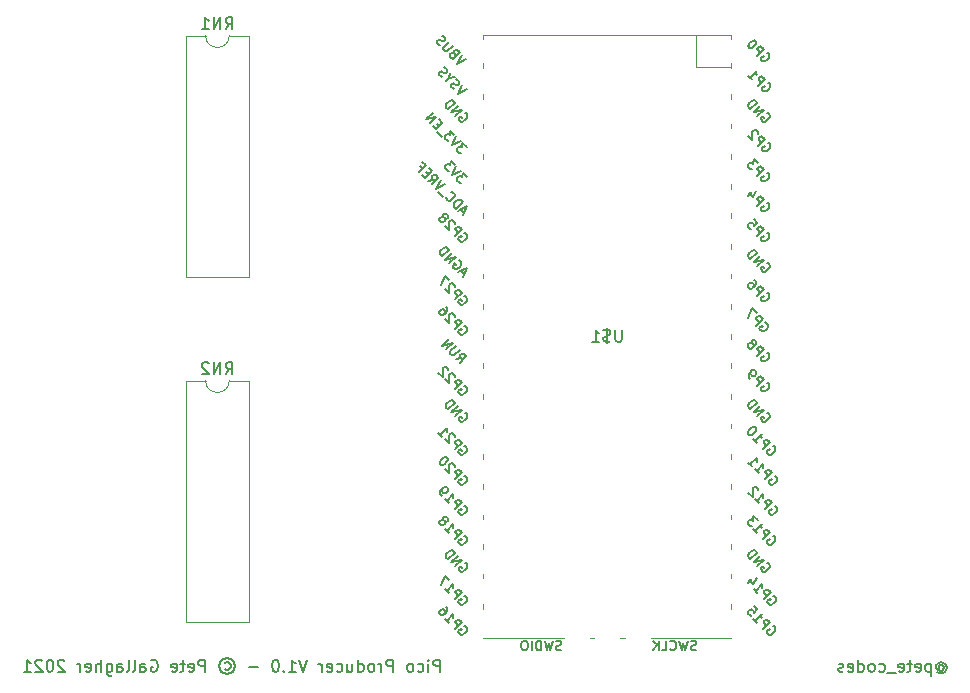
<source format=gbr>
%TF.GenerationSoftware,KiCad,Pcbnew,(5.1.9)-1*%
%TF.CreationDate,2021-02-21T16:58:34+00:00*%
%TF.ProjectId,PicoProducer,5069636f-5072-46f6-9475-6365722e6b69,rev?*%
%TF.SameCoordinates,Original*%
%TF.FileFunction,Legend,Bot*%
%TF.FilePolarity,Positive*%
%FSLAX46Y46*%
G04 Gerber Fmt 4.6, Leading zero omitted, Abs format (unit mm)*
G04 Created by KiCad (PCBNEW (5.1.9)-1) date 2021-02-21 16:58:34*
%MOMM*%
%LPD*%
G01*
G04 APERTURE LIST*
%ADD10C,0.150000*%
%ADD11C,0.120000*%
G04 APERTURE END LIST*
D10*
X102988571Y-82526190D02*
X103036190Y-82478571D01*
X103131428Y-82430952D01*
X103226666Y-82430952D01*
X103321904Y-82478571D01*
X103369523Y-82526190D01*
X103417142Y-82621428D01*
X103417142Y-82716666D01*
X103369523Y-82811904D01*
X103321904Y-82859523D01*
X103226666Y-82907142D01*
X103131428Y-82907142D01*
X103036190Y-82859523D01*
X102988571Y-82811904D01*
X102988571Y-82430952D02*
X102988571Y-82811904D01*
X102940952Y-82859523D01*
X102893333Y-82859523D01*
X102798095Y-82811904D01*
X102750476Y-82716666D01*
X102750476Y-82478571D01*
X102845714Y-82335714D01*
X102988571Y-82240476D01*
X103179047Y-82192857D01*
X103369523Y-82240476D01*
X103512380Y-82335714D01*
X103607619Y-82478571D01*
X103655238Y-82669047D01*
X103607619Y-82859523D01*
X103512380Y-83002380D01*
X103369523Y-83097619D01*
X103179047Y-83145238D01*
X102988571Y-83097619D01*
X102845714Y-83002380D01*
X102321904Y-82335714D02*
X102321904Y-83335714D01*
X102321904Y-82383333D02*
X102226666Y-82335714D01*
X102036190Y-82335714D01*
X101940952Y-82383333D01*
X101893333Y-82430952D01*
X101845714Y-82526190D01*
X101845714Y-82811904D01*
X101893333Y-82907142D01*
X101940952Y-82954761D01*
X102036190Y-83002380D01*
X102226666Y-83002380D01*
X102321904Y-82954761D01*
X101036190Y-82954761D02*
X101131428Y-83002380D01*
X101321904Y-83002380D01*
X101417142Y-82954761D01*
X101464761Y-82859523D01*
X101464761Y-82478571D01*
X101417142Y-82383333D01*
X101321904Y-82335714D01*
X101131428Y-82335714D01*
X101036190Y-82383333D01*
X100988571Y-82478571D01*
X100988571Y-82573809D01*
X101464761Y-82669047D01*
X100702857Y-82335714D02*
X100321904Y-82335714D01*
X100560000Y-82002380D02*
X100560000Y-82859523D01*
X100512380Y-82954761D01*
X100417142Y-83002380D01*
X100321904Y-83002380D01*
X99607619Y-82954761D02*
X99702857Y-83002380D01*
X99893333Y-83002380D01*
X99988571Y-82954761D01*
X100036190Y-82859523D01*
X100036190Y-82478571D01*
X99988571Y-82383333D01*
X99893333Y-82335714D01*
X99702857Y-82335714D01*
X99607619Y-82383333D01*
X99560000Y-82478571D01*
X99560000Y-82573809D01*
X100036190Y-82669047D01*
X99369523Y-83097619D02*
X98607619Y-83097619D01*
X97940952Y-82954761D02*
X98036190Y-83002380D01*
X98226666Y-83002380D01*
X98321904Y-82954761D01*
X98369523Y-82907142D01*
X98417142Y-82811904D01*
X98417142Y-82526190D01*
X98369523Y-82430952D01*
X98321904Y-82383333D01*
X98226666Y-82335714D01*
X98036190Y-82335714D01*
X97940952Y-82383333D01*
X97369523Y-83002380D02*
X97464761Y-82954761D01*
X97512380Y-82907142D01*
X97560000Y-82811904D01*
X97560000Y-82526190D01*
X97512380Y-82430952D01*
X97464761Y-82383333D01*
X97369523Y-82335714D01*
X97226666Y-82335714D01*
X97131428Y-82383333D01*
X97083809Y-82430952D01*
X97036190Y-82526190D01*
X97036190Y-82811904D01*
X97083809Y-82907142D01*
X97131428Y-82954761D01*
X97226666Y-83002380D01*
X97369523Y-83002380D01*
X96179047Y-83002380D02*
X96179047Y-82002380D01*
X96179047Y-82954761D02*
X96274285Y-83002380D01*
X96464761Y-83002380D01*
X96560000Y-82954761D01*
X96607619Y-82907142D01*
X96655238Y-82811904D01*
X96655238Y-82526190D01*
X96607619Y-82430952D01*
X96560000Y-82383333D01*
X96464761Y-82335714D01*
X96274285Y-82335714D01*
X96179047Y-82383333D01*
X95321904Y-82954761D02*
X95417142Y-83002380D01*
X95607619Y-83002380D01*
X95702857Y-82954761D01*
X95750476Y-82859523D01*
X95750476Y-82478571D01*
X95702857Y-82383333D01*
X95607619Y-82335714D01*
X95417142Y-82335714D01*
X95321904Y-82383333D01*
X95274285Y-82478571D01*
X95274285Y-82573809D01*
X95750476Y-82669047D01*
X94893333Y-82954761D02*
X94798095Y-83002380D01*
X94607619Y-83002380D01*
X94512380Y-82954761D01*
X94464761Y-82859523D01*
X94464761Y-82811904D01*
X94512380Y-82716666D01*
X94607619Y-82669047D01*
X94750476Y-82669047D01*
X94845714Y-82621428D01*
X94893333Y-82526190D01*
X94893333Y-82478571D01*
X94845714Y-82383333D01*
X94750476Y-82335714D01*
X94607619Y-82335714D01*
X94512380Y-82383333D01*
X60775238Y-83002380D02*
X60775238Y-82002380D01*
X60394285Y-82002380D01*
X60299047Y-82050000D01*
X60251428Y-82097619D01*
X60203809Y-82192857D01*
X60203809Y-82335714D01*
X60251428Y-82430952D01*
X60299047Y-82478571D01*
X60394285Y-82526190D01*
X60775238Y-82526190D01*
X59775238Y-83002380D02*
X59775238Y-82335714D01*
X59775238Y-82002380D02*
X59822857Y-82050000D01*
X59775238Y-82097619D01*
X59727619Y-82050000D01*
X59775238Y-82002380D01*
X59775238Y-82097619D01*
X58870476Y-82954761D02*
X58965714Y-83002380D01*
X59156190Y-83002380D01*
X59251428Y-82954761D01*
X59299047Y-82907142D01*
X59346666Y-82811904D01*
X59346666Y-82526190D01*
X59299047Y-82430952D01*
X59251428Y-82383333D01*
X59156190Y-82335714D01*
X58965714Y-82335714D01*
X58870476Y-82383333D01*
X58299047Y-83002380D02*
X58394285Y-82954761D01*
X58441904Y-82907142D01*
X58489523Y-82811904D01*
X58489523Y-82526190D01*
X58441904Y-82430952D01*
X58394285Y-82383333D01*
X58299047Y-82335714D01*
X58156190Y-82335714D01*
X58060952Y-82383333D01*
X58013333Y-82430952D01*
X57965714Y-82526190D01*
X57965714Y-82811904D01*
X58013333Y-82907142D01*
X58060952Y-82954761D01*
X58156190Y-83002380D01*
X58299047Y-83002380D01*
X56775238Y-83002380D02*
X56775238Y-82002380D01*
X56394285Y-82002380D01*
X56299047Y-82050000D01*
X56251428Y-82097619D01*
X56203809Y-82192857D01*
X56203809Y-82335714D01*
X56251428Y-82430952D01*
X56299047Y-82478571D01*
X56394285Y-82526190D01*
X56775238Y-82526190D01*
X55775238Y-83002380D02*
X55775238Y-82335714D01*
X55775238Y-82526190D02*
X55727619Y-82430952D01*
X55680000Y-82383333D01*
X55584761Y-82335714D01*
X55489523Y-82335714D01*
X55013333Y-83002380D02*
X55108571Y-82954761D01*
X55156190Y-82907142D01*
X55203809Y-82811904D01*
X55203809Y-82526190D01*
X55156190Y-82430952D01*
X55108571Y-82383333D01*
X55013333Y-82335714D01*
X54870476Y-82335714D01*
X54775238Y-82383333D01*
X54727619Y-82430952D01*
X54680000Y-82526190D01*
X54680000Y-82811904D01*
X54727619Y-82907142D01*
X54775238Y-82954761D01*
X54870476Y-83002380D01*
X55013333Y-83002380D01*
X53822857Y-83002380D02*
X53822857Y-82002380D01*
X53822857Y-82954761D02*
X53918095Y-83002380D01*
X54108571Y-83002380D01*
X54203809Y-82954761D01*
X54251428Y-82907142D01*
X54299047Y-82811904D01*
X54299047Y-82526190D01*
X54251428Y-82430952D01*
X54203809Y-82383333D01*
X54108571Y-82335714D01*
X53918095Y-82335714D01*
X53822857Y-82383333D01*
X52918095Y-82335714D02*
X52918095Y-83002380D01*
X53346666Y-82335714D02*
X53346666Y-82859523D01*
X53299047Y-82954761D01*
X53203809Y-83002380D01*
X53060952Y-83002380D01*
X52965714Y-82954761D01*
X52918095Y-82907142D01*
X52013333Y-82954761D02*
X52108571Y-83002380D01*
X52299047Y-83002380D01*
X52394285Y-82954761D01*
X52441904Y-82907142D01*
X52489523Y-82811904D01*
X52489523Y-82526190D01*
X52441904Y-82430952D01*
X52394285Y-82383333D01*
X52299047Y-82335714D01*
X52108571Y-82335714D01*
X52013333Y-82383333D01*
X51203809Y-82954761D02*
X51299047Y-83002380D01*
X51489523Y-83002380D01*
X51584761Y-82954761D01*
X51632380Y-82859523D01*
X51632380Y-82478571D01*
X51584761Y-82383333D01*
X51489523Y-82335714D01*
X51299047Y-82335714D01*
X51203809Y-82383333D01*
X51156190Y-82478571D01*
X51156190Y-82573809D01*
X51632380Y-82669047D01*
X50727619Y-83002380D02*
X50727619Y-82335714D01*
X50727619Y-82526190D02*
X50680000Y-82430952D01*
X50632380Y-82383333D01*
X50537142Y-82335714D01*
X50441904Y-82335714D01*
X49489523Y-82002380D02*
X49156190Y-83002380D01*
X48822857Y-82002380D01*
X47965714Y-83002380D02*
X48537142Y-83002380D01*
X48251428Y-83002380D02*
X48251428Y-82002380D01*
X48346666Y-82145238D01*
X48441904Y-82240476D01*
X48537142Y-82288095D01*
X47537142Y-82907142D02*
X47489523Y-82954761D01*
X47537142Y-83002380D01*
X47584761Y-82954761D01*
X47537142Y-82907142D01*
X47537142Y-83002380D01*
X46870476Y-82002380D02*
X46775238Y-82002380D01*
X46680000Y-82050000D01*
X46632380Y-82097619D01*
X46584761Y-82192857D01*
X46537142Y-82383333D01*
X46537142Y-82621428D01*
X46584761Y-82811904D01*
X46632380Y-82907142D01*
X46680000Y-82954761D01*
X46775238Y-83002380D01*
X46870476Y-83002380D01*
X46965714Y-82954761D01*
X47013333Y-82907142D01*
X47060952Y-82811904D01*
X47108571Y-82621428D01*
X47108571Y-82383333D01*
X47060952Y-82192857D01*
X47013333Y-82097619D01*
X46965714Y-82050000D01*
X46870476Y-82002380D01*
X45346666Y-82621428D02*
X44584761Y-82621428D01*
X42537142Y-82240476D02*
X42632380Y-82192857D01*
X42822857Y-82192857D01*
X42918095Y-82240476D01*
X43013333Y-82335714D01*
X43060952Y-82430952D01*
X43060952Y-82621428D01*
X43013333Y-82716666D01*
X42918095Y-82811904D01*
X42822857Y-82859523D01*
X42632380Y-82859523D01*
X42537142Y-82811904D01*
X42727619Y-81859523D02*
X42965714Y-81907142D01*
X43203809Y-82050000D01*
X43346666Y-82288095D01*
X43394285Y-82526190D01*
X43346666Y-82764285D01*
X43203809Y-83002380D01*
X42965714Y-83145238D01*
X42727619Y-83192857D01*
X42489523Y-83145238D01*
X42251428Y-83002380D01*
X42108571Y-82764285D01*
X42060952Y-82526190D01*
X42108571Y-82288095D01*
X42251428Y-82050000D01*
X42489523Y-81907142D01*
X42727619Y-81859523D01*
X40870476Y-83002380D02*
X40870476Y-82002380D01*
X40489523Y-82002380D01*
X40394285Y-82050000D01*
X40346666Y-82097619D01*
X40299047Y-82192857D01*
X40299047Y-82335714D01*
X40346666Y-82430952D01*
X40394285Y-82478571D01*
X40489523Y-82526190D01*
X40870476Y-82526190D01*
X39489523Y-82954761D02*
X39584761Y-83002380D01*
X39775238Y-83002380D01*
X39870476Y-82954761D01*
X39918095Y-82859523D01*
X39918095Y-82478571D01*
X39870476Y-82383333D01*
X39775238Y-82335714D01*
X39584761Y-82335714D01*
X39489523Y-82383333D01*
X39441904Y-82478571D01*
X39441904Y-82573809D01*
X39918095Y-82669047D01*
X39156190Y-82335714D02*
X38775238Y-82335714D01*
X39013333Y-82002380D02*
X39013333Y-82859523D01*
X38965714Y-82954761D01*
X38870476Y-83002380D01*
X38775238Y-83002380D01*
X38060952Y-82954761D02*
X38156190Y-83002380D01*
X38346666Y-83002380D01*
X38441904Y-82954761D01*
X38489523Y-82859523D01*
X38489523Y-82478571D01*
X38441904Y-82383333D01*
X38346666Y-82335714D01*
X38156190Y-82335714D01*
X38060952Y-82383333D01*
X38013333Y-82478571D01*
X38013333Y-82573809D01*
X38489523Y-82669047D01*
X36299047Y-82050000D02*
X36394285Y-82002380D01*
X36537142Y-82002380D01*
X36680000Y-82050000D01*
X36775238Y-82145238D01*
X36822857Y-82240476D01*
X36870476Y-82430952D01*
X36870476Y-82573809D01*
X36822857Y-82764285D01*
X36775238Y-82859523D01*
X36680000Y-82954761D01*
X36537142Y-83002380D01*
X36441904Y-83002380D01*
X36299047Y-82954761D01*
X36251428Y-82907142D01*
X36251428Y-82573809D01*
X36441904Y-82573809D01*
X35394285Y-83002380D02*
X35394285Y-82478571D01*
X35441904Y-82383333D01*
X35537142Y-82335714D01*
X35727619Y-82335714D01*
X35822857Y-82383333D01*
X35394285Y-82954761D02*
X35489523Y-83002380D01*
X35727619Y-83002380D01*
X35822857Y-82954761D01*
X35870476Y-82859523D01*
X35870476Y-82764285D01*
X35822857Y-82669047D01*
X35727619Y-82621428D01*
X35489523Y-82621428D01*
X35394285Y-82573809D01*
X34775238Y-83002380D02*
X34870476Y-82954761D01*
X34918095Y-82859523D01*
X34918095Y-82002380D01*
X34251428Y-83002380D02*
X34346666Y-82954761D01*
X34394285Y-82859523D01*
X34394285Y-82002380D01*
X33441904Y-83002380D02*
X33441904Y-82478571D01*
X33489523Y-82383333D01*
X33584761Y-82335714D01*
X33775238Y-82335714D01*
X33870476Y-82383333D01*
X33441904Y-82954761D02*
X33537142Y-83002380D01*
X33775238Y-83002380D01*
X33870476Y-82954761D01*
X33918095Y-82859523D01*
X33918095Y-82764285D01*
X33870476Y-82669047D01*
X33775238Y-82621428D01*
X33537142Y-82621428D01*
X33441904Y-82573809D01*
X32537142Y-82335714D02*
X32537142Y-83145238D01*
X32584761Y-83240476D01*
X32632380Y-83288095D01*
X32727619Y-83335714D01*
X32870476Y-83335714D01*
X32965714Y-83288095D01*
X32537142Y-82954761D02*
X32632380Y-83002380D01*
X32822857Y-83002380D01*
X32918095Y-82954761D01*
X32965714Y-82907142D01*
X33013333Y-82811904D01*
X33013333Y-82526190D01*
X32965714Y-82430952D01*
X32918095Y-82383333D01*
X32822857Y-82335714D01*
X32632380Y-82335714D01*
X32537142Y-82383333D01*
X32060952Y-83002380D02*
X32060952Y-82002380D01*
X31632380Y-83002380D02*
X31632380Y-82478571D01*
X31680000Y-82383333D01*
X31775238Y-82335714D01*
X31918095Y-82335714D01*
X32013333Y-82383333D01*
X32060952Y-82430952D01*
X30775238Y-82954761D02*
X30870476Y-83002380D01*
X31060952Y-83002380D01*
X31156190Y-82954761D01*
X31203809Y-82859523D01*
X31203809Y-82478571D01*
X31156190Y-82383333D01*
X31060952Y-82335714D01*
X30870476Y-82335714D01*
X30775238Y-82383333D01*
X30727619Y-82478571D01*
X30727619Y-82573809D01*
X31203809Y-82669047D01*
X30299047Y-83002380D02*
X30299047Y-82335714D01*
X30299047Y-82526190D02*
X30251428Y-82430952D01*
X30203809Y-82383333D01*
X30108571Y-82335714D01*
X30013333Y-82335714D01*
X28965714Y-82097619D02*
X28918095Y-82050000D01*
X28822857Y-82002380D01*
X28584761Y-82002380D01*
X28489523Y-82050000D01*
X28441904Y-82097619D01*
X28394285Y-82192857D01*
X28394285Y-82288095D01*
X28441904Y-82430952D01*
X29013333Y-83002380D01*
X28394285Y-83002380D01*
X27775238Y-82002380D02*
X27680000Y-82002380D01*
X27584761Y-82050000D01*
X27537142Y-82097619D01*
X27489523Y-82192857D01*
X27441904Y-82383333D01*
X27441904Y-82621428D01*
X27489523Y-82811904D01*
X27537142Y-82907142D01*
X27584761Y-82954761D01*
X27680000Y-83002380D01*
X27775238Y-83002380D01*
X27870476Y-82954761D01*
X27918095Y-82907142D01*
X27965714Y-82811904D01*
X28013333Y-82621428D01*
X28013333Y-82383333D01*
X27965714Y-82192857D01*
X27918095Y-82097619D01*
X27870476Y-82050000D01*
X27775238Y-82002380D01*
X27060952Y-82097619D02*
X27013333Y-82050000D01*
X26918095Y-82002380D01*
X26680000Y-82002380D01*
X26584761Y-82050000D01*
X26537142Y-82097619D01*
X26489523Y-82192857D01*
X26489523Y-82288095D01*
X26537142Y-82430952D01*
X27108571Y-83002380D01*
X26489523Y-83002380D01*
X25537142Y-83002380D02*
X26108571Y-83002380D01*
X25822857Y-83002380D02*
X25822857Y-82002380D01*
X25918095Y-82145238D01*
X26013333Y-82240476D01*
X26108571Y-82288095D01*
D11*
%TO.C,RN1*%
X42910000Y-29150000D02*
X44560000Y-29150000D01*
X44560000Y-29150000D02*
X44560000Y-49590000D01*
X44560000Y-49590000D02*
X39260000Y-49590000D01*
X39260000Y-49590000D02*
X39260000Y-29150000D01*
X39260000Y-29150000D02*
X40910000Y-29150000D01*
X40910000Y-29150000D02*
G75*
G03*
X42910000Y-29150000I1000000J0D01*
G01*
%TO.C,RN2*%
X42910000Y-58360000D02*
X44560000Y-58360000D01*
X44560000Y-58360000D02*
X44560000Y-78800000D01*
X44560000Y-78800000D02*
X39260000Y-78800000D01*
X39260000Y-78800000D02*
X39260000Y-58360000D01*
X39260000Y-58360000D02*
X40910000Y-58360000D01*
X40910000Y-58360000D02*
G75*
G03*
X42910000Y-58360000I1000000J0D01*
G01*
%TO.C,U$1*%
X73830000Y-80110000D02*
X73430000Y-80110000D01*
X76430000Y-80110000D02*
X76030000Y-80110000D01*
X64430000Y-80110000D02*
X71230000Y-80110000D01*
X64430000Y-69710000D02*
X64430000Y-70110000D01*
X64430000Y-62010000D02*
X64430000Y-62410000D01*
X64430000Y-36610000D02*
X64430000Y-37010000D01*
X64430000Y-29110000D02*
X64430000Y-29410000D01*
X64430000Y-51910000D02*
X64430000Y-52310000D01*
X64430000Y-67110000D02*
X64430000Y-67510000D01*
X64430000Y-46810000D02*
X64430000Y-47210000D01*
X64430000Y-41710000D02*
X64430000Y-42110000D01*
X64430000Y-54410000D02*
X64430000Y-54810000D01*
X64430000Y-59510000D02*
X64430000Y-59910000D01*
X64430000Y-74710000D02*
X64430000Y-75110000D01*
X64430000Y-77310000D02*
X64430000Y-77710000D01*
X64430000Y-72210000D02*
X64430000Y-72610000D01*
X64430000Y-39210000D02*
X64430000Y-39610000D01*
X64430000Y-31510000D02*
X64430000Y-31910000D01*
X64430000Y-34110000D02*
X64430000Y-34510000D01*
X64430000Y-64610000D02*
X64430000Y-65010000D01*
X64430000Y-56910000D02*
X64430000Y-57310000D01*
X64430000Y-49310000D02*
X64430000Y-49710000D01*
X64430000Y-44210000D02*
X64430000Y-44610000D01*
X85430000Y-77310000D02*
X85430000Y-77710000D01*
X85430000Y-74710000D02*
X85430000Y-75110000D01*
X85430000Y-72210000D02*
X85430000Y-72610000D01*
X85430000Y-69710000D02*
X85430000Y-70110000D01*
X85430000Y-67110000D02*
X85430000Y-67510000D01*
X85430000Y-64610000D02*
X85430000Y-65010000D01*
X85430000Y-62010000D02*
X85430000Y-62410000D01*
X85430000Y-59510000D02*
X85430000Y-59910000D01*
X85430000Y-56910000D02*
X85430000Y-57310000D01*
X85430000Y-54410000D02*
X85430000Y-54810000D01*
X85430000Y-51910000D02*
X85430000Y-52310000D01*
X85430000Y-49310000D02*
X85430000Y-49710000D01*
X85430000Y-46810000D02*
X85430000Y-47210000D01*
X85430000Y-44210000D02*
X85430000Y-44610000D01*
X85430000Y-41710000D02*
X85430000Y-42110000D01*
X85430000Y-39210000D02*
X85430000Y-39610000D01*
X85430000Y-36610000D02*
X85430000Y-37010000D01*
X85430000Y-34110000D02*
X85430000Y-34510000D01*
X85430000Y-31510000D02*
X85430000Y-31910000D01*
X85430000Y-29110000D02*
X85430000Y-29410000D01*
X82423000Y-31777000D02*
X82423000Y-29110000D01*
X85430000Y-31777000D02*
X82423000Y-31777000D01*
X78630000Y-80110000D02*
X85430000Y-80110000D01*
X85430000Y-29110000D02*
X64430000Y-29110000D01*
%TO.C,RN1*%
D10*
X42600476Y-28602380D02*
X42933809Y-28126190D01*
X43171904Y-28602380D02*
X43171904Y-27602380D01*
X42790952Y-27602380D01*
X42695714Y-27650000D01*
X42648095Y-27697619D01*
X42600476Y-27792857D01*
X42600476Y-27935714D01*
X42648095Y-28030952D01*
X42695714Y-28078571D01*
X42790952Y-28126190D01*
X43171904Y-28126190D01*
X42171904Y-28602380D02*
X42171904Y-27602380D01*
X41600476Y-28602380D01*
X41600476Y-27602380D01*
X40600476Y-28602380D02*
X41171904Y-28602380D01*
X40886190Y-28602380D02*
X40886190Y-27602380D01*
X40981428Y-27745238D01*
X41076666Y-27840476D01*
X41171904Y-27888095D01*
%TO.C,RN2*%
X42600476Y-57812380D02*
X42933809Y-57336190D01*
X43171904Y-57812380D02*
X43171904Y-56812380D01*
X42790952Y-56812380D01*
X42695714Y-56860000D01*
X42648095Y-56907619D01*
X42600476Y-57002857D01*
X42600476Y-57145714D01*
X42648095Y-57240952D01*
X42695714Y-57288571D01*
X42790952Y-57336190D01*
X43171904Y-57336190D01*
X42171904Y-57812380D02*
X42171904Y-56812380D01*
X41600476Y-57812380D01*
X41600476Y-56812380D01*
X41171904Y-56907619D02*
X41124285Y-56860000D01*
X41029047Y-56812380D01*
X40790952Y-56812380D01*
X40695714Y-56860000D01*
X40648095Y-56907619D01*
X40600476Y-57002857D01*
X40600476Y-57098095D01*
X40648095Y-57240952D01*
X41219523Y-57812380D01*
X40600476Y-57812380D01*
%TO.C,U$1*%
X76168095Y-54062380D02*
X76168095Y-54871904D01*
X76120476Y-54967142D01*
X76072857Y-55014761D01*
X75977619Y-55062380D01*
X75787142Y-55062380D01*
X75691904Y-55014761D01*
X75644285Y-54967142D01*
X75596666Y-54871904D01*
X75596666Y-54062380D01*
X75168095Y-55014761D02*
X75025238Y-55062380D01*
X74787142Y-55062380D01*
X74691904Y-55014761D01*
X74644285Y-54967142D01*
X74596666Y-54871904D01*
X74596666Y-54776666D01*
X74644285Y-54681428D01*
X74691904Y-54633809D01*
X74787142Y-54586190D01*
X74977619Y-54538571D01*
X75072857Y-54490952D01*
X75120476Y-54443333D01*
X75168095Y-54348095D01*
X75168095Y-54252857D01*
X75120476Y-54157619D01*
X75072857Y-54110000D01*
X74977619Y-54062380D01*
X74739523Y-54062380D01*
X74596666Y-54110000D01*
X74882380Y-53919523D02*
X74882380Y-55205238D01*
X73644285Y-55062380D02*
X74215714Y-55062380D01*
X73930000Y-55062380D02*
X73930000Y-54062380D01*
X74025238Y-54205238D01*
X74120476Y-54300476D01*
X74215714Y-54348095D01*
X71025238Y-81133809D02*
X70910952Y-81171904D01*
X70720476Y-81171904D01*
X70644285Y-81133809D01*
X70606190Y-81095714D01*
X70568095Y-81019523D01*
X70568095Y-80943333D01*
X70606190Y-80867142D01*
X70644285Y-80829047D01*
X70720476Y-80790952D01*
X70872857Y-80752857D01*
X70949047Y-80714761D01*
X70987142Y-80676666D01*
X71025238Y-80600476D01*
X71025238Y-80524285D01*
X70987142Y-80448095D01*
X70949047Y-80410000D01*
X70872857Y-80371904D01*
X70682380Y-80371904D01*
X70568095Y-80410000D01*
X70301428Y-80371904D02*
X70110952Y-81171904D01*
X69958571Y-80600476D01*
X69806190Y-81171904D01*
X69615714Y-80371904D01*
X69310952Y-81171904D02*
X69310952Y-80371904D01*
X69120476Y-80371904D01*
X69006190Y-80410000D01*
X68930000Y-80486190D01*
X68891904Y-80562380D01*
X68853809Y-80714761D01*
X68853809Y-80829047D01*
X68891904Y-80981428D01*
X68930000Y-81057619D01*
X69006190Y-81133809D01*
X69120476Y-81171904D01*
X69310952Y-81171904D01*
X68510952Y-81171904D02*
X68510952Y-80371904D01*
X67977619Y-80371904D02*
X67825238Y-80371904D01*
X67749047Y-80410000D01*
X67672857Y-80486190D01*
X67634761Y-80638571D01*
X67634761Y-80905238D01*
X67672857Y-81057619D01*
X67749047Y-81133809D01*
X67825238Y-81171904D01*
X67977619Y-81171904D01*
X68053809Y-81133809D01*
X68130000Y-81057619D01*
X68168095Y-80905238D01*
X68168095Y-80638571D01*
X68130000Y-80486190D01*
X68053809Y-80410000D01*
X67977619Y-80371904D01*
X82439523Y-81133809D02*
X82325238Y-81171904D01*
X82134761Y-81171904D01*
X82058571Y-81133809D01*
X82020476Y-81095714D01*
X81982380Y-81019523D01*
X81982380Y-80943333D01*
X82020476Y-80867142D01*
X82058571Y-80829047D01*
X82134761Y-80790952D01*
X82287142Y-80752857D01*
X82363333Y-80714761D01*
X82401428Y-80676666D01*
X82439523Y-80600476D01*
X82439523Y-80524285D01*
X82401428Y-80448095D01*
X82363333Y-80410000D01*
X82287142Y-80371904D01*
X82096666Y-80371904D01*
X81982380Y-80410000D01*
X81715714Y-80371904D02*
X81525238Y-81171904D01*
X81372857Y-80600476D01*
X81220476Y-81171904D01*
X81030000Y-80371904D01*
X80268095Y-81095714D02*
X80306190Y-81133809D01*
X80420476Y-81171904D01*
X80496666Y-81171904D01*
X80610952Y-81133809D01*
X80687142Y-81057619D01*
X80725238Y-80981428D01*
X80763333Y-80829047D01*
X80763333Y-80714761D01*
X80725238Y-80562380D01*
X80687142Y-80486190D01*
X80610952Y-80410000D01*
X80496666Y-80371904D01*
X80420476Y-80371904D01*
X80306190Y-80410000D01*
X80268095Y-80448095D01*
X79544285Y-81171904D02*
X79925238Y-81171904D01*
X79925238Y-80371904D01*
X79277619Y-81171904D02*
X79277619Y-80371904D01*
X78820476Y-81171904D02*
X79163333Y-80714761D01*
X78820476Y-80371904D02*
X79277619Y-80829047D01*
X62778402Y-49350964D02*
X62509028Y-49081590D01*
X62670653Y-49566463D02*
X63047776Y-48812216D01*
X62293529Y-49189340D01*
X62347404Y-48165719D02*
X62428216Y-48192656D01*
X62509028Y-48273468D01*
X62562903Y-48381218D01*
X62562903Y-48488967D01*
X62535966Y-48569780D01*
X62455154Y-48704467D01*
X62374341Y-48785279D01*
X62239654Y-48866091D01*
X62158842Y-48893028D01*
X62051093Y-48893028D01*
X61943343Y-48839154D01*
X61889468Y-48785279D01*
X61835593Y-48677529D01*
X61835593Y-48623654D01*
X62024155Y-48435093D01*
X62131905Y-48542842D01*
X61539282Y-48435093D02*
X62104967Y-47869407D01*
X61216033Y-48111844D01*
X61781719Y-47546158D01*
X60946659Y-47842470D02*
X61512345Y-47276784D01*
X61377658Y-47142097D01*
X61269908Y-47088223D01*
X61162158Y-47088223D01*
X61081346Y-47115160D01*
X60946659Y-47195972D01*
X60865847Y-47276784D01*
X60785035Y-47411471D01*
X60758097Y-47492284D01*
X60758097Y-47600033D01*
X60811972Y-47707783D01*
X60946659Y-47842470D01*
X62843841Y-35708155D02*
X62924653Y-35735093D01*
X63005465Y-35815905D01*
X63059340Y-35923654D01*
X63059340Y-36031404D01*
X63032402Y-36112216D01*
X62951590Y-36246903D01*
X62870778Y-36327715D01*
X62736091Y-36408528D01*
X62655279Y-36435465D01*
X62547529Y-36435465D01*
X62439780Y-36381590D01*
X62385905Y-36327715D01*
X62332030Y-36219966D01*
X62332030Y-36166091D01*
X62520592Y-35977529D01*
X62628341Y-36085279D01*
X62035719Y-35977529D02*
X62601404Y-35411844D01*
X61712470Y-35654280D01*
X62278155Y-35088595D01*
X61443096Y-35384906D02*
X62008781Y-34819221D01*
X61874094Y-34684534D01*
X61766345Y-34630659D01*
X61658595Y-34630659D01*
X61577783Y-34657597D01*
X61443096Y-34738409D01*
X61362284Y-34819221D01*
X61281471Y-34953908D01*
X61254534Y-35034720D01*
X61254534Y-35142470D01*
X61308409Y-35250219D01*
X61443096Y-35384906D01*
X62843841Y-61108155D02*
X62924653Y-61135093D01*
X63005465Y-61215905D01*
X63059340Y-61323654D01*
X63059340Y-61431404D01*
X63032402Y-61512216D01*
X62951590Y-61646903D01*
X62870778Y-61727715D01*
X62736091Y-61808528D01*
X62655279Y-61835465D01*
X62547529Y-61835465D01*
X62439780Y-61781590D01*
X62385905Y-61727715D01*
X62332030Y-61619966D01*
X62332030Y-61566091D01*
X62520592Y-61377529D01*
X62628341Y-61485279D01*
X62035719Y-61377529D02*
X62601404Y-60811844D01*
X61712470Y-61054280D01*
X62278155Y-60488595D01*
X61443096Y-60784906D02*
X62008781Y-60219221D01*
X61874094Y-60084534D01*
X61766345Y-60030659D01*
X61658595Y-60030659D01*
X61577783Y-60057597D01*
X61443096Y-60138409D01*
X61362284Y-60219221D01*
X61281471Y-60353908D01*
X61254534Y-60434720D01*
X61254534Y-60542470D01*
X61308409Y-60650219D01*
X61443096Y-60784906D01*
X62843841Y-73808155D02*
X62924653Y-73835093D01*
X63005465Y-73915905D01*
X63059340Y-74023654D01*
X63059340Y-74131404D01*
X63032402Y-74212216D01*
X62951590Y-74346903D01*
X62870778Y-74427715D01*
X62736091Y-74508528D01*
X62655279Y-74535465D01*
X62547529Y-74535465D01*
X62439780Y-74481590D01*
X62385905Y-74427715D01*
X62332030Y-74319966D01*
X62332030Y-74266091D01*
X62520592Y-74077529D01*
X62628341Y-74185279D01*
X62035719Y-74077529D02*
X62601404Y-73511844D01*
X61712470Y-73754280D01*
X62278155Y-73188595D01*
X61443096Y-73484906D02*
X62008781Y-72919221D01*
X61874094Y-72784534D01*
X61766345Y-72730659D01*
X61658595Y-72730659D01*
X61577783Y-72757597D01*
X61443096Y-72838409D01*
X61362284Y-72919221D01*
X61281471Y-73053908D01*
X61254534Y-73134720D01*
X61254534Y-73242470D01*
X61308409Y-73350219D01*
X61443096Y-73484906D01*
X88443841Y-73808155D02*
X88524653Y-73835093D01*
X88605465Y-73915905D01*
X88659340Y-74023654D01*
X88659340Y-74131404D01*
X88632402Y-74212216D01*
X88551590Y-74346903D01*
X88470778Y-74427715D01*
X88336091Y-74508528D01*
X88255279Y-74535465D01*
X88147529Y-74535465D01*
X88039780Y-74481590D01*
X87985905Y-74427715D01*
X87932030Y-74319966D01*
X87932030Y-74266091D01*
X88120592Y-74077529D01*
X88228341Y-74185279D01*
X87635719Y-74077529D02*
X88201404Y-73511844D01*
X87312470Y-73754280D01*
X87878155Y-73188595D01*
X87043096Y-73484906D02*
X87608781Y-72919221D01*
X87474094Y-72784534D01*
X87366345Y-72730659D01*
X87258595Y-72730659D01*
X87177783Y-72757597D01*
X87043096Y-72838409D01*
X86962284Y-72919221D01*
X86881471Y-73053908D01*
X86854534Y-73134720D01*
X86854534Y-73242470D01*
X86908409Y-73350219D01*
X87043096Y-73484906D01*
X88443841Y-61108155D02*
X88524653Y-61135093D01*
X88605465Y-61215905D01*
X88659340Y-61323654D01*
X88659340Y-61431404D01*
X88632402Y-61512216D01*
X88551590Y-61646903D01*
X88470778Y-61727715D01*
X88336091Y-61808528D01*
X88255279Y-61835465D01*
X88147529Y-61835465D01*
X88039780Y-61781590D01*
X87985905Y-61727715D01*
X87932030Y-61619966D01*
X87932030Y-61566091D01*
X88120592Y-61377529D01*
X88228341Y-61485279D01*
X87635719Y-61377529D02*
X88201404Y-60811844D01*
X87312470Y-61054280D01*
X87878155Y-60488595D01*
X87043096Y-60784906D02*
X87608781Y-60219221D01*
X87474094Y-60084534D01*
X87366345Y-60030659D01*
X87258595Y-60030659D01*
X87177783Y-60057597D01*
X87043096Y-60138409D01*
X86962284Y-60219221D01*
X86881471Y-60353908D01*
X86854534Y-60434720D01*
X86854534Y-60542470D01*
X86908409Y-60650219D01*
X87043096Y-60784906D01*
X88443841Y-48408155D02*
X88524653Y-48435093D01*
X88605465Y-48515905D01*
X88659340Y-48623654D01*
X88659340Y-48731404D01*
X88632402Y-48812216D01*
X88551590Y-48946903D01*
X88470778Y-49027715D01*
X88336091Y-49108528D01*
X88255279Y-49135465D01*
X88147529Y-49135465D01*
X88039780Y-49081590D01*
X87985905Y-49027715D01*
X87932030Y-48919966D01*
X87932030Y-48866091D01*
X88120592Y-48677529D01*
X88228341Y-48785279D01*
X87635719Y-48677529D02*
X88201404Y-48111844D01*
X87312470Y-48354280D01*
X87878155Y-47788595D01*
X87043096Y-48084906D02*
X87608781Y-47519221D01*
X87474094Y-47384534D01*
X87366345Y-47330659D01*
X87258595Y-47330659D01*
X87177783Y-47357597D01*
X87043096Y-47438409D01*
X86962284Y-47519221D01*
X86881471Y-47653908D01*
X86854534Y-47734720D01*
X86854534Y-47842470D01*
X86908409Y-47950219D01*
X87043096Y-48084906D01*
X88443841Y-35708155D02*
X88524653Y-35735093D01*
X88605465Y-35815905D01*
X88659340Y-35923654D01*
X88659340Y-36031404D01*
X88632402Y-36112216D01*
X88551590Y-36246903D01*
X88470778Y-36327715D01*
X88336091Y-36408528D01*
X88255279Y-36435465D01*
X88147529Y-36435465D01*
X88039780Y-36381590D01*
X87985905Y-36327715D01*
X87932030Y-36219966D01*
X87932030Y-36166091D01*
X88120592Y-35977529D01*
X88228341Y-36085279D01*
X87635719Y-35977529D02*
X88201404Y-35411844D01*
X87312470Y-35654280D01*
X87878155Y-35088595D01*
X87043096Y-35384906D02*
X87608781Y-34819221D01*
X87474094Y-34684534D01*
X87366345Y-34630659D01*
X87258595Y-34630659D01*
X87177783Y-34657597D01*
X87043096Y-34738409D01*
X86962284Y-34819221D01*
X86881471Y-34953908D01*
X86854534Y-35034720D01*
X86854534Y-35142470D01*
X86908409Y-35250219D01*
X87043096Y-35384906D01*
X62976870Y-31137309D02*
X62222622Y-31514433D01*
X62599746Y-30760186D01*
X61953248Y-30652436D02*
X61845499Y-30598561D01*
X61791624Y-30598561D01*
X61710812Y-30625499D01*
X61630000Y-30706311D01*
X61603062Y-30787123D01*
X61603062Y-30840998D01*
X61630000Y-30921810D01*
X61845499Y-31137309D01*
X62411184Y-30571624D01*
X62222622Y-30383062D01*
X62141810Y-30356125D01*
X62087935Y-30356125D01*
X62007123Y-30383062D01*
X61953248Y-30436937D01*
X61926311Y-30517749D01*
X61926311Y-30571624D01*
X61953248Y-30652436D01*
X62141810Y-30840998D01*
X61845499Y-30005938D02*
X61387563Y-30463874D01*
X61306751Y-30490812D01*
X61252876Y-30490812D01*
X61172064Y-30463874D01*
X61064314Y-30356125D01*
X61037377Y-30275312D01*
X61037377Y-30221438D01*
X61064314Y-30140625D01*
X61522250Y-29682690D01*
X60741065Y-29979001D02*
X60633316Y-29925126D01*
X60498629Y-29790439D01*
X60471691Y-29709627D01*
X60471691Y-29655752D01*
X60498629Y-29574940D01*
X60552503Y-29521065D01*
X60633316Y-29494128D01*
X60687190Y-29494128D01*
X60768003Y-29521065D01*
X60902690Y-29601877D01*
X60983502Y-29628815D01*
X61037377Y-29628815D01*
X61118189Y-29601877D01*
X61172064Y-29548003D01*
X61199001Y-29467190D01*
X61199001Y-29413316D01*
X61172064Y-29332503D01*
X61037377Y-29197816D01*
X60929627Y-29143942D01*
X63009526Y-33679966D02*
X62255279Y-34057089D01*
X62632402Y-33302842D01*
X61932030Y-33679966D02*
X61824280Y-33626091D01*
X61689593Y-33491404D01*
X61662656Y-33410592D01*
X61662656Y-33356717D01*
X61689593Y-33275905D01*
X61743468Y-33222030D01*
X61824280Y-33195093D01*
X61878155Y-33195093D01*
X61958967Y-33222030D01*
X62093654Y-33302842D01*
X62174467Y-33329780D01*
X62228341Y-33329780D01*
X62309154Y-33302842D01*
X62363028Y-33248967D01*
X62389966Y-33168155D01*
X62389966Y-33114280D01*
X62363028Y-33033468D01*
X62228341Y-32898781D01*
X62120592Y-32844906D01*
X61501032Y-32764094D02*
X61231658Y-33033468D01*
X61985905Y-32656345D02*
X61501032Y-32764094D01*
X61608781Y-32279221D01*
X60908409Y-32656345D02*
X60800659Y-32602470D01*
X60665972Y-32467783D01*
X60639035Y-32386971D01*
X60639035Y-32333096D01*
X60665972Y-32252284D01*
X60719847Y-32198409D01*
X60800659Y-32171471D01*
X60854534Y-32171471D01*
X60935346Y-32198409D01*
X61070033Y-32279221D01*
X61150845Y-32306158D01*
X61204720Y-32306158D01*
X61285532Y-32279221D01*
X61339407Y-32225346D01*
X61366345Y-32144534D01*
X61366345Y-32090659D01*
X61339407Y-32009847D01*
X61204720Y-31875160D01*
X61096971Y-31821285D01*
X63007868Y-38568308D02*
X62657682Y-38218122D01*
X62630744Y-38622183D01*
X62549932Y-38541370D01*
X62469120Y-38514433D01*
X62415245Y-38514433D01*
X62334433Y-38541370D01*
X62199746Y-38676057D01*
X62172809Y-38756870D01*
X62172809Y-38810744D01*
X62199746Y-38891557D01*
X62361370Y-39053181D01*
X62442183Y-39080118D01*
X62496057Y-39080118D01*
X62496057Y-38056497D02*
X61741810Y-38433621D01*
X62118934Y-37679374D01*
X61984247Y-37544687D02*
X61634061Y-37194500D01*
X61607123Y-37598561D01*
X61526311Y-37517749D01*
X61445499Y-37490812D01*
X61391624Y-37490812D01*
X61310812Y-37517749D01*
X61176125Y-37652436D01*
X61149187Y-37733248D01*
X61149187Y-37787123D01*
X61176125Y-37867935D01*
X61337749Y-38029560D01*
X61418561Y-38056497D01*
X61472436Y-38056497D01*
X60906751Y-37706311D02*
X60475752Y-37275312D01*
X60691251Y-36790439D02*
X60502690Y-36601877D01*
X60125566Y-36817377D02*
X60394940Y-37086751D01*
X60960625Y-36521065D01*
X60691251Y-36251691D01*
X59883129Y-36574940D02*
X60448815Y-36009255D01*
X59559881Y-36251691D01*
X60125566Y-35686006D01*
X63040152Y-41100592D02*
X62689966Y-40750406D01*
X62663028Y-41154467D01*
X62582216Y-41073654D01*
X62501404Y-41046717D01*
X62447529Y-41046717D01*
X62366717Y-41073654D01*
X62232030Y-41208341D01*
X62205093Y-41289154D01*
X62205093Y-41343028D01*
X62232030Y-41423841D01*
X62393654Y-41585465D01*
X62474467Y-41612402D01*
X62528341Y-41612402D01*
X62528341Y-40588781D02*
X61774094Y-40965905D01*
X62151218Y-40211658D01*
X62016531Y-40076971D02*
X61666345Y-39726784D01*
X61639407Y-40130845D01*
X61558595Y-40050033D01*
X61477783Y-40023096D01*
X61423908Y-40023096D01*
X61343096Y-40050033D01*
X61208409Y-40184720D01*
X61181471Y-40265532D01*
X61181471Y-40319407D01*
X61208409Y-40400219D01*
X61370033Y-40561844D01*
X61450845Y-40588781D01*
X61504720Y-40588781D01*
X62775211Y-44143773D02*
X62505837Y-43874399D01*
X62667462Y-44359272D02*
X63044585Y-43605025D01*
X62290338Y-43982149D01*
X62101776Y-43793587D02*
X62667462Y-43227902D01*
X62532775Y-43093215D01*
X62425025Y-43039340D01*
X62317276Y-43039340D01*
X62236463Y-43066277D01*
X62101776Y-43147089D01*
X62020964Y-43227902D01*
X61940152Y-43362589D01*
X61913215Y-43443401D01*
X61913215Y-43551150D01*
X61967089Y-43658900D01*
X62101776Y-43793587D01*
X61266717Y-42850778D02*
X61266717Y-42904653D01*
X61320592Y-43012402D01*
X61374467Y-43066277D01*
X61482216Y-43120152D01*
X61589966Y-43120152D01*
X61670778Y-43093215D01*
X61805465Y-43012402D01*
X61886277Y-42931590D01*
X61967089Y-42796903D01*
X61994027Y-42716091D01*
X61994027Y-42608341D01*
X61940152Y-42500592D01*
X61886277Y-42446717D01*
X61778528Y-42392842D01*
X61724653Y-42392842D01*
X61051218Y-42850778D02*
X60620219Y-42419780D01*
X61185905Y-41746345D02*
X60431658Y-42123468D01*
X60808781Y-41369221D01*
X59731285Y-41423096D02*
X60189221Y-41342284D01*
X60054534Y-41746345D02*
X60620219Y-41180659D01*
X60404720Y-40965160D01*
X60323908Y-40938223D01*
X60270033Y-40938223D01*
X60189221Y-40965160D01*
X60108409Y-41045972D01*
X60081471Y-41126784D01*
X60081471Y-41180659D01*
X60108409Y-41261471D01*
X60323908Y-41476971D01*
X59785160Y-40884348D02*
X59596598Y-40695786D01*
X59219475Y-40911285D02*
X59488849Y-41180659D01*
X60054534Y-40614974D01*
X59785160Y-40345600D01*
X59084788Y-40183975D02*
X59273349Y-40372537D01*
X58977038Y-40668849D02*
X59542723Y-40103163D01*
X59273349Y-39833789D01*
X62832277Y-45856592D02*
X62913089Y-45883529D01*
X62993902Y-45964341D01*
X63047776Y-46072091D01*
X63047776Y-46179841D01*
X63020839Y-46260653D01*
X62940027Y-46395340D01*
X62859215Y-46476152D01*
X62724528Y-46556964D01*
X62643715Y-46583902D01*
X62535966Y-46583902D01*
X62428216Y-46530027D01*
X62374341Y-46476152D01*
X62320467Y-46368402D01*
X62320467Y-46314528D01*
X62509028Y-46125966D01*
X62616778Y-46233715D01*
X62024155Y-46125966D02*
X62589841Y-45560280D01*
X62374341Y-45344781D01*
X62293529Y-45317844D01*
X62239654Y-45317844D01*
X62158842Y-45344781D01*
X62078030Y-45425593D01*
X62051093Y-45506406D01*
X62051093Y-45560280D01*
X62078030Y-45641093D01*
X62293529Y-45856592D01*
X61997218Y-45075407D02*
X61997218Y-45021532D01*
X61970280Y-44940720D01*
X61835593Y-44806033D01*
X61754781Y-44779096D01*
X61700906Y-44779096D01*
X61620094Y-44806033D01*
X61566219Y-44859908D01*
X61512345Y-44967658D01*
X61512345Y-45614155D01*
X61162158Y-45263969D01*
X61162158Y-44617471D02*
X61242971Y-44644409D01*
X61296845Y-44644409D01*
X61377658Y-44617471D01*
X61404595Y-44590534D01*
X61431532Y-44509722D01*
X61431532Y-44455847D01*
X61404595Y-44375035D01*
X61296845Y-44267285D01*
X61216033Y-44240348D01*
X61162158Y-44240348D01*
X61081346Y-44267285D01*
X61054409Y-44294223D01*
X61027471Y-44375035D01*
X61027471Y-44428910D01*
X61054409Y-44509722D01*
X61162158Y-44617471D01*
X61189096Y-44698284D01*
X61189096Y-44752158D01*
X61162158Y-44832971D01*
X61054409Y-44940720D01*
X60973597Y-44967658D01*
X60919722Y-44967658D01*
X60838910Y-44940720D01*
X60731160Y-44832971D01*
X60704223Y-44752158D01*
X60704223Y-44698284D01*
X60731160Y-44617471D01*
X60838910Y-44509722D01*
X60919722Y-44482784D01*
X60973597Y-44482784D01*
X61054409Y-44509722D01*
X62832277Y-51200592D02*
X62913089Y-51227529D01*
X62993902Y-51308341D01*
X63047776Y-51416091D01*
X63047776Y-51523841D01*
X63020839Y-51604653D01*
X62940027Y-51739340D01*
X62859215Y-51820152D01*
X62724528Y-51900964D01*
X62643715Y-51927902D01*
X62535966Y-51927902D01*
X62428216Y-51874027D01*
X62374341Y-51820152D01*
X62320467Y-51712402D01*
X62320467Y-51658528D01*
X62509028Y-51469966D01*
X62616778Y-51577715D01*
X62024155Y-51469966D02*
X62589841Y-50904280D01*
X62374341Y-50688781D01*
X62293529Y-50661844D01*
X62239654Y-50661844D01*
X62158842Y-50688781D01*
X62078030Y-50769593D01*
X62051093Y-50850406D01*
X62051093Y-50904280D01*
X62078030Y-50985093D01*
X62293529Y-51200592D01*
X61997218Y-50419407D02*
X61997218Y-50365532D01*
X61970280Y-50284720D01*
X61835593Y-50150033D01*
X61754781Y-50123096D01*
X61700906Y-50123096D01*
X61620094Y-50150033D01*
X61566219Y-50203908D01*
X61512345Y-50311658D01*
X61512345Y-50958155D01*
X61162158Y-50607969D01*
X61539282Y-49853722D02*
X61162158Y-49476598D01*
X60838910Y-50284720D01*
X62832277Y-53730592D02*
X62913089Y-53757529D01*
X62993902Y-53838341D01*
X63047776Y-53946091D01*
X63047776Y-54053841D01*
X63020839Y-54134653D01*
X62940027Y-54269340D01*
X62859215Y-54350152D01*
X62724528Y-54430964D01*
X62643715Y-54457902D01*
X62535966Y-54457902D01*
X62428216Y-54404027D01*
X62374341Y-54350152D01*
X62320467Y-54242402D01*
X62320467Y-54188528D01*
X62509028Y-53999966D01*
X62616778Y-54107715D01*
X62024155Y-53999966D02*
X62589841Y-53434280D01*
X62374341Y-53218781D01*
X62293529Y-53191844D01*
X62239654Y-53191844D01*
X62158842Y-53218781D01*
X62078030Y-53299593D01*
X62051093Y-53380406D01*
X62051093Y-53434280D01*
X62078030Y-53515093D01*
X62293529Y-53730592D01*
X61997218Y-52949407D02*
X61997218Y-52895532D01*
X61970280Y-52814720D01*
X61835593Y-52680033D01*
X61754781Y-52653096D01*
X61700906Y-52653096D01*
X61620094Y-52680033D01*
X61566219Y-52733908D01*
X61512345Y-52841658D01*
X61512345Y-53488155D01*
X61162158Y-53137969D01*
X61242971Y-52087410D02*
X61350720Y-52195160D01*
X61377658Y-52275972D01*
X61377658Y-52329847D01*
X61350720Y-52464534D01*
X61269908Y-52599221D01*
X61054409Y-52814720D01*
X60973597Y-52841658D01*
X60919722Y-52841658D01*
X60838910Y-52814720D01*
X60731160Y-52706971D01*
X60704223Y-52626158D01*
X60704223Y-52572284D01*
X60731160Y-52491471D01*
X60865847Y-52356784D01*
X60946659Y-52329847D01*
X61000534Y-52329847D01*
X61081346Y-52356784D01*
X61189096Y-52464534D01*
X61216033Y-52545346D01*
X61216033Y-52599221D01*
X61189096Y-52680033D01*
X62091624Y-56553435D02*
X62549560Y-56472622D01*
X62414873Y-56876683D02*
X62980558Y-56310998D01*
X62765059Y-56095499D01*
X62684247Y-56068561D01*
X62630372Y-56068561D01*
X62549560Y-56095499D01*
X62468748Y-56176311D01*
X62441810Y-56257123D01*
X62441810Y-56310998D01*
X62468748Y-56391810D01*
X62684247Y-56607309D01*
X62414873Y-55745312D02*
X61956937Y-56203248D01*
X61876125Y-56230186D01*
X61822250Y-56230186D01*
X61741438Y-56203248D01*
X61633688Y-56095499D01*
X61606751Y-56014687D01*
X61606751Y-55960812D01*
X61633688Y-55879999D01*
X62091624Y-55422064D01*
X61256564Y-55718375D02*
X61822250Y-55152690D01*
X60933316Y-55395126D01*
X61499001Y-54829441D01*
X62832277Y-58810592D02*
X62913089Y-58837529D01*
X62993902Y-58918341D01*
X63047776Y-59026091D01*
X63047776Y-59133841D01*
X63020839Y-59214653D01*
X62940027Y-59349340D01*
X62859215Y-59430152D01*
X62724528Y-59510964D01*
X62643715Y-59537902D01*
X62535966Y-59537902D01*
X62428216Y-59484027D01*
X62374341Y-59430152D01*
X62320467Y-59322402D01*
X62320467Y-59268528D01*
X62509028Y-59079966D01*
X62616778Y-59187715D01*
X62024155Y-59079966D02*
X62589841Y-58514280D01*
X62374341Y-58298781D01*
X62293529Y-58271844D01*
X62239654Y-58271844D01*
X62158842Y-58298781D01*
X62078030Y-58379593D01*
X62051093Y-58460406D01*
X62051093Y-58514280D01*
X62078030Y-58595093D01*
X62293529Y-58810592D01*
X61997218Y-58029407D02*
X61997218Y-57975532D01*
X61970280Y-57894720D01*
X61835593Y-57760033D01*
X61754781Y-57733096D01*
X61700906Y-57733096D01*
X61620094Y-57760033D01*
X61566219Y-57813908D01*
X61512345Y-57921658D01*
X61512345Y-58568155D01*
X61162158Y-58217969D01*
X61458470Y-57490659D02*
X61458470Y-57436784D01*
X61431532Y-57355972D01*
X61296845Y-57221285D01*
X61216033Y-57194348D01*
X61162158Y-57194348D01*
X61081346Y-57221285D01*
X61027471Y-57275160D01*
X60973597Y-57382910D01*
X60973597Y-58029407D01*
X60623410Y-57679221D01*
X62832277Y-63900592D02*
X62913089Y-63927529D01*
X62993902Y-64008341D01*
X63047776Y-64116091D01*
X63047776Y-64223841D01*
X63020839Y-64304653D01*
X62940027Y-64439340D01*
X62859215Y-64520152D01*
X62724528Y-64600964D01*
X62643715Y-64627902D01*
X62535966Y-64627902D01*
X62428216Y-64574027D01*
X62374341Y-64520152D01*
X62320467Y-64412402D01*
X62320467Y-64358528D01*
X62509028Y-64169966D01*
X62616778Y-64277715D01*
X62024155Y-64169966D02*
X62589841Y-63604280D01*
X62374341Y-63388781D01*
X62293529Y-63361844D01*
X62239654Y-63361844D01*
X62158842Y-63388781D01*
X62078030Y-63469593D01*
X62051093Y-63550406D01*
X62051093Y-63604280D01*
X62078030Y-63685093D01*
X62293529Y-63900592D01*
X61997218Y-63119407D02*
X61997218Y-63065532D01*
X61970280Y-62984720D01*
X61835593Y-62850033D01*
X61754781Y-62823096D01*
X61700906Y-62823096D01*
X61620094Y-62850033D01*
X61566219Y-62903908D01*
X61512345Y-63011658D01*
X61512345Y-63658155D01*
X61162158Y-63307969D01*
X60623410Y-62769221D02*
X60946659Y-63092470D01*
X60785035Y-62930845D02*
X61350720Y-62365160D01*
X61323783Y-62499847D01*
X61323783Y-62607597D01*
X61350720Y-62688409D01*
X62832277Y-66430592D02*
X62913089Y-66457529D01*
X62993902Y-66538341D01*
X63047776Y-66646091D01*
X63047776Y-66753841D01*
X63020839Y-66834653D01*
X62940027Y-66969340D01*
X62859215Y-67050152D01*
X62724528Y-67130964D01*
X62643715Y-67157902D01*
X62535966Y-67157902D01*
X62428216Y-67104027D01*
X62374341Y-67050152D01*
X62320467Y-66942402D01*
X62320467Y-66888528D01*
X62509028Y-66699966D01*
X62616778Y-66807715D01*
X62024155Y-66699966D02*
X62589841Y-66134280D01*
X62374341Y-65918781D01*
X62293529Y-65891844D01*
X62239654Y-65891844D01*
X62158842Y-65918781D01*
X62078030Y-65999593D01*
X62051093Y-66080406D01*
X62051093Y-66134280D01*
X62078030Y-66215093D01*
X62293529Y-66430592D01*
X61997218Y-65649407D02*
X61997218Y-65595532D01*
X61970280Y-65514720D01*
X61835593Y-65380033D01*
X61754781Y-65353096D01*
X61700906Y-65353096D01*
X61620094Y-65380033D01*
X61566219Y-65433908D01*
X61512345Y-65541658D01*
X61512345Y-66188155D01*
X61162158Y-65837969D01*
X61377658Y-64922097D02*
X61323783Y-64868223D01*
X61242971Y-64841285D01*
X61189096Y-64841285D01*
X61108284Y-64868223D01*
X60973597Y-64949035D01*
X60838910Y-65083722D01*
X60758097Y-65218409D01*
X60731160Y-65299221D01*
X60731160Y-65353096D01*
X60758097Y-65433908D01*
X60811972Y-65487783D01*
X60892784Y-65514720D01*
X60946659Y-65514720D01*
X61027471Y-65487783D01*
X61162158Y-65406971D01*
X61296845Y-65272284D01*
X61377658Y-65137597D01*
X61404595Y-65056784D01*
X61404595Y-65002910D01*
X61377658Y-64922097D01*
X62832277Y-68970592D02*
X62913089Y-68997529D01*
X62993902Y-69078341D01*
X63047776Y-69186091D01*
X63047776Y-69293841D01*
X63020839Y-69374653D01*
X62940027Y-69509340D01*
X62859215Y-69590152D01*
X62724528Y-69670964D01*
X62643715Y-69697902D01*
X62535966Y-69697902D01*
X62428216Y-69644027D01*
X62374341Y-69590152D01*
X62320467Y-69482402D01*
X62320467Y-69428528D01*
X62509028Y-69239966D01*
X62616778Y-69347715D01*
X62024155Y-69239966D02*
X62589841Y-68674280D01*
X62374341Y-68458781D01*
X62293529Y-68431844D01*
X62239654Y-68431844D01*
X62158842Y-68458781D01*
X62078030Y-68539593D01*
X62051093Y-68620406D01*
X62051093Y-68674280D01*
X62078030Y-68755093D01*
X62293529Y-68970592D01*
X61162158Y-68377969D02*
X61485407Y-68701218D01*
X61323783Y-68539593D02*
X61889468Y-67973908D01*
X61862531Y-68108595D01*
X61862531Y-68216345D01*
X61889468Y-68297157D01*
X60892784Y-68108595D02*
X60785035Y-68000845D01*
X60758097Y-67920033D01*
X60758097Y-67866158D01*
X60785035Y-67731471D01*
X60865847Y-67596784D01*
X61081346Y-67381285D01*
X61162158Y-67354348D01*
X61216033Y-67354348D01*
X61296845Y-67381285D01*
X61404595Y-67489035D01*
X61431532Y-67569847D01*
X61431532Y-67623722D01*
X61404595Y-67704534D01*
X61269908Y-67839221D01*
X61189096Y-67866158D01*
X61135221Y-67866158D01*
X61054409Y-67839221D01*
X60946659Y-67731471D01*
X60919722Y-67650659D01*
X60919722Y-67596784D01*
X60946659Y-67515972D01*
X62832277Y-71510592D02*
X62913089Y-71537529D01*
X62993902Y-71618341D01*
X63047776Y-71726091D01*
X63047776Y-71833841D01*
X63020839Y-71914653D01*
X62940027Y-72049340D01*
X62859215Y-72130152D01*
X62724528Y-72210964D01*
X62643715Y-72237902D01*
X62535966Y-72237902D01*
X62428216Y-72184027D01*
X62374341Y-72130152D01*
X62320467Y-72022402D01*
X62320467Y-71968528D01*
X62509028Y-71779966D01*
X62616778Y-71887715D01*
X62024155Y-71779966D02*
X62589841Y-71214280D01*
X62374341Y-70998781D01*
X62293529Y-70971844D01*
X62239654Y-70971844D01*
X62158842Y-70998781D01*
X62078030Y-71079593D01*
X62051093Y-71160406D01*
X62051093Y-71214280D01*
X62078030Y-71295093D01*
X62293529Y-71510592D01*
X61162158Y-70917969D02*
X61485407Y-71241218D01*
X61323783Y-71079593D02*
X61889468Y-70513908D01*
X61862531Y-70648595D01*
X61862531Y-70756345D01*
X61889468Y-70837157D01*
X61162158Y-70271471D02*
X61242971Y-70298409D01*
X61296845Y-70298409D01*
X61377658Y-70271471D01*
X61404595Y-70244534D01*
X61431532Y-70163722D01*
X61431532Y-70109847D01*
X61404595Y-70029035D01*
X61296845Y-69921285D01*
X61216033Y-69894348D01*
X61162158Y-69894348D01*
X61081346Y-69921285D01*
X61054409Y-69948223D01*
X61027471Y-70029035D01*
X61027471Y-70082910D01*
X61054409Y-70163722D01*
X61162158Y-70271471D01*
X61189096Y-70352284D01*
X61189096Y-70406158D01*
X61162158Y-70486971D01*
X61054409Y-70594720D01*
X60973597Y-70621658D01*
X60919722Y-70621658D01*
X60838910Y-70594720D01*
X60731160Y-70486971D01*
X60704223Y-70406158D01*
X60704223Y-70352284D01*
X60731160Y-70271471D01*
X60838910Y-70163722D01*
X60919722Y-70136784D01*
X60973597Y-70136784D01*
X61054409Y-70163722D01*
X62832277Y-76590592D02*
X62913089Y-76617529D01*
X62993902Y-76698341D01*
X63047776Y-76806091D01*
X63047776Y-76913841D01*
X63020839Y-76994653D01*
X62940027Y-77129340D01*
X62859215Y-77210152D01*
X62724528Y-77290964D01*
X62643715Y-77317902D01*
X62535966Y-77317902D01*
X62428216Y-77264027D01*
X62374341Y-77210152D01*
X62320467Y-77102402D01*
X62320467Y-77048528D01*
X62509028Y-76859966D01*
X62616778Y-76967715D01*
X62024155Y-76859966D02*
X62589841Y-76294280D01*
X62374341Y-76078781D01*
X62293529Y-76051844D01*
X62239654Y-76051844D01*
X62158842Y-76078781D01*
X62078030Y-76159593D01*
X62051093Y-76240406D01*
X62051093Y-76294280D01*
X62078030Y-76375093D01*
X62293529Y-76590592D01*
X61162158Y-75997969D02*
X61485407Y-76321218D01*
X61323783Y-76159593D02*
X61889468Y-75593908D01*
X61862531Y-75728595D01*
X61862531Y-75836345D01*
X61889468Y-75917157D01*
X61539282Y-75243722D02*
X61162158Y-74866598D01*
X60838910Y-75674720D01*
X62832277Y-79130592D02*
X62913089Y-79157529D01*
X62993902Y-79238341D01*
X63047776Y-79346091D01*
X63047776Y-79453841D01*
X63020839Y-79534653D01*
X62940027Y-79669340D01*
X62859215Y-79750152D01*
X62724528Y-79830964D01*
X62643715Y-79857902D01*
X62535966Y-79857902D01*
X62428216Y-79804027D01*
X62374341Y-79750152D01*
X62320467Y-79642402D01*
X62320467Y-79588528D01*
X62509028Y-79399966D01*
X62616778Y-79507715D01*
X62024155Y-79399966D02*
X62589841Y-78834280D01*
X62374341Y-78618781D01*
X62293529Y-78591844D01*
X62239654Y-78591844D01*
X62158842Y-78618781D01*
X62078030Y-78699593D01*
X62051093Y-78780406D01*
X62051093Y-78834280D01*
X62078030Y-78915093D01*
X62293529Y-79130592D01*
X61162158Y-78537969D02*
X61485407Y-78861218D01*
X61323783Y-78699593D02*
X61889468Y-78133908D01*
X61862531Y-78268595D01*
X61862531Y-78376345D01*
X61889468Y-78457157D01*
X61242971Y-77487410D02*
X61350720Y-77595160D01*
X61377658Y-77675972D01*
X61377658Y-77729847D01*
X61350720Y-77864534D01*
X61269908Y-77999221D01*
X61054409Y-78214720D01*
X60973597Y-78241658D01*
X60919722Y-78241658D01*
X60838910Y-78214720D01*
X60731160Y-78106971D01*
X60704223Y-78026158D01*
X60704223Y-77972284D01*
X60731160Y-77891471D01*
X60865847Y-77756784D01*
X60946659Y-77729847D01*
X61000534Y-77729847D01*
X61081346Y-77756784D01*
X61189096Y-77864534D01*
X61216033Y-77945346D01*
X61216033Y-77999221D01*
X61189096Y-78080033D01*
X88940277Y-79130592D02*
X89021089Y-79157529D01*
X89101902Y-79238341D01*
X89155776Y-79346091D01*
X89155776Y-79453841D01*
X89128839Y-79534653D01*
X89048027Y-79669340D01*
X88967215Y-79750152D01*
X88832528Y-79830964D01*
X88751715Y-79857902D01*
X88643966Y-79857902D01*
X88536216Y-79804027D01*
X88482341Y-79750152D01*
X88428467Y-79642402D01*
X88428467Y-79588528D01*
X88617028Y-79399966D01*
X88724778Y-79507715D01*
X88132155Y-79399966D02*
X88697841Y-78834280D01*
X88482341Y-78618781D01*
X88401529Y-78591844D01*
X88347654Y-78591844D01*
X88266842Y-78618781D01*
X88186030Y-78699593D01*
X88159093Y-78780406D01*
X88159093Y-78834280D01*
X88186030Y-78915093D01*
X88401529Y-79130592D01*
X87270158Y-78537969D02*
X87593407Y-78861218D01*
X87431783Y-78699593D02*
X87997468Y-78133908D01*
X87970531Y-78268595D01*
X87970531Y-78376345D01*
X87997468Y-78457157D01*
X87324033Y-77460473D02*
X87593407Y-77729847D01*
X87350971Y-78026158D01*
X87350971Y-77972284D01*
X87324033Y-77891471D01*
X87189346Y-77756784D01*
X87108534Y-77729847D01*
X87054659Y-77729847D01*
X86973847Y-77756784D01*
X86839160Y-77891471D01*
X86812223Y-77972284D01*
X86812223Y-78026158D01*
X86839160Y-78106971D01*
X86973847Y-78241658D01*
X87054659Y-78268595D01*
X87108534Y-78268595D01*
X88986277Y-76590592D02*
X89067089Y-76617529D01*
X89147902Y-76698341D01*
X89201776Y-76806091D01*
X89201776Y-76913841D01*
X89174839Y-76994653D01*
X89094027Y-77129340D01*
X89013215Y-77210152D01*
X88878528Y-77290964D01*
X88797715Y-77317902D01*
X88689966Y-77317902D01*
X88582216Y-77264027D01*
X88528341Y-77210152D01*
X88474467Y-77102402D01*
X88474467Y-77048528D01*
X88663028Y-76859966D01*
X88770778Y-76967715D01*
X88178155Y-76859966D02*
X88743841Y-76294280D01*
X88528341Y-76078781D01*
X88447529Y-76051844D01*
X88393654Y-76051844D01*
X88312842Y-76078781D01*
X88232030Y-76159593D01*
X88205093Y-76240406D01*
X88205093Y-76294280D01*
X88232030Y-76375093D01*
X88447529Y-76590592D01*
X87316158Y-75997969D02*
X87639407Y-76321218D01*
X87477783Y-76159593D02*
X88043468Y-75593908D01*
X88016531Y-75728595D01*
X88016531Y-75836345D01*
X88043468Y-75917157D01*
X87208409Y-75135972D02*
X86831285Y-75513096D01*
X87558595Y-75055160D02*
X87289221Y-75593908D01*
X86939035Y-75243722D01*
X88940277Y-71510592D02*
X89021089Y-71537529D01*
X89101902Y-71618341D01*
X89155776Y-71726091D01*
X89155776Y-71833841D01*
X89128839Y-71914653D01*
X89048027Y-72049340D01*
X88967215Y-72130152D01*
X88832528Y-72210964D01*
X88751715Y-72237902D01*
X88643966Y-72237902D01*
X88536216Y-72184027D01*
X88482341Y-72130152D01*
X88428467Y-72022402D01*
X88428467Y-71968528D01*
X88617028Y-71779966D01*
X88724778Y-71887715D01*
X88132155Y-71779966D02*
X88697841Y-71214280D01*
X88482341Y-70998781D01*
X88401529Y-70971844D01*
X88347654Y-70971844D01*
X88266842Y-70998781D01*
X88186030Y-71079593D01*
X88159093Y-71160406D01*
X88159093Y-71214280D01*
X88186030Y-71295093D01*
X88401529Y-71510592D01*
X87270158Y-70917969D02*
X87593407Y-71241218D01*
X87431783Y-71079593D02*
X87997468Y-70513908D01*
X87970531Y-70648595D01*
X87970531Y-70756345D01*
X87997468Y-70837157D01*
X87647282Y-70163722D02*
X87297096Y-69813536D01*
X87270158Y-70217597D01*
X87189346Y-70136784D01*
X87108534Y-70109847D01*
X87054659Y-70109847D01*
X86973847Y-70136784D01*
X86839160Y-70271471D01*
X86812223Y-70352284D01*
X86812223Y-70406158D01*
X86839160Y-70486971D01*
X87000784Y-70648595D01*
X87081597Y-70675532D01*
X87135471Y-70675532D01*
X89086277Y-68970592D02*
X89167089Y-68997529D01*
X89247902Y-69078341D01*
X89301776Y-69186091D01*
X89301776Y-69293841D01*
X89274839Y-69374653D01*
X89194027Y-69509340D01*
X89113215Y-69590152D01*
X88978528Y-69670964D01*
X88897715Y-69697902D01*
X88789966Y-69697902D01*
X88682216Y-69644027D01*
X88628341Y-69590152D01*
X88574467Y-69482402D01*
X88574467Y-69428528D01*
X88763028Y-69239966D01*
X88870778Y-69347715D01*
X88278155Y-69239966D02*
X88843841Y-68674280D01*
X88628341Y-68458781D01*
X88547529Y-68431844D01*
X88493654Y-68431844D01*
X88412842Y-68458781D01*
X88332030Y-68539593D01*
X88305093Y-68620406D01*
X88305093Y-68674280D01*
X88332030Y-68755093D01*
X88547529Y-68970592D01*
X87416158Y-68377969D02*
X87739407Y-68701218D01*
X87577783Y-68539593D02*
X88143468Y-67973908D01*
X88116531Y-68108595D01*
X88116531Y-68216345D01*
X88143468Y-68297157D01*
X87712470Y-67650659D02*
X87712470Y-67596784D01*
X87685532Y-67515972D01*
X87550845Y-67381285D01*
X87470033Y-67354348D01*
X87416158Y-67354348D01*
X87335346Y-67381285D01*
X87281471Y-67435160D01*
X87227597Y-67542910D01*
X87227597Y-68189407D01*
X86877410Y-67839221D01*
X89086277Y-66430592D02*
X89167089Y-66457529D01*
X89247902Y-66538341D01*
X89301776Y-66646091D01*
X89301776Y-66753841D01*
X89274839Y-66834653D01*
X89194027Y-66969340D01*
X89113215Y-67050152D01*
X88978528Y-67130964D01*
X88897715Y-67157902D01*
X88789966Y-67157902D01*
X88682216Y-67104027D01*
X88628341Y-67050152D01*
X88574467Y-66942402D01*
X88574467Y-66888528D01*
X88763028Y-66699966D01*
X88870778Y-66807715D01*
X88278155Y-66699966D02*
X88843841Y-66134280D01*
X88628341Y-65918781D01*
X88547529Y-65891844D01*
X88493654Y-65891844D01*
X88412842Y-65918781D01*
X88332030Y-65999593D01*
X88305093Y-66080406D01*
X88305093Y-66134280D01*
X88332030Y-66215093D01*
X88547529Y-66430592D01*
X87416158Y-65837969D02*
X87739407Y-66161218D01*
X87577783Y-65999593D02*
X88143468Y-65433908D01*
X88116531Y-65568595D01*
X88116531Y-65676345D01*
X88143468Y-65757157D01*
X86877410Y-65299221D02*
X87200659Y-65622470D01*
X87039035Y-65460845D02*
X87604720Y-64895160D01*
X87577783Y-65029847D01*
X87577783Y-65137597D01*
X87604720Y-65218409D01*
X88940277Y-63890592D02*
X89021089Y-63917529D01*
X89101902Y-63998341D01*
X89155776Y-64106091D01*
X89155776Y-64213841D01*
X89128839Y-64294653D01*
X89048027Y-64429340D01*
X88967215Y-64510152D01*
X88832528Y-64590964D01*
X88751715Y-64617902D01*
X88643966Y-64617902D01*
X88536216Y-64564027D01*
X88482341Y-64510152D01*
X88428467Y-64402402D01*
X88428467Y-64348528D01*
X88617028Y-64159966D01*
X88724778Y-64267715D01*
X88132155Y-64159966D02*
X88697841Y-63594280D01*
X88482341Y-63378781D01*
X88401529Y-63351844D01*
X88347654Y-63351844D01*
X88266842Y-63378781D01*
X88186030Y-63459593D01*
X88159093Y-63540406D01*
X88159093Y-63594280D01*
X88186030Y-63675093D01*
X88401529Y-63890592D01*
X87270158Y-63297969D02*
X87593407Y-63621218D01*
X87431783Y-63459593D02*
X87997468Y-62893908D01*
X87970531Y-63028595D01*
X87970531Y-63136345D01*
X87997468Y-63217157D01*
X87485658Y-62382097D02*
X87431783Y-62328223D01*
X87350971Y-62301285D01*
X87297096Y-62301285D01*
X87216284Y-62328223D01*
X87081597Y-62409035D01*
X86946910Y-62543722D01*
X86866097Y-62678409D01*
X86839160Y-62759221D01*
X86839160Y-62813096D01*
X86866097Y-62893908D01*
X86919972Y-62947783D01*
X87000784Y-62974720D01*
X87054659Y-62974720D01*
X87135471Y-62947783D01*
X87270158Y-62866971D01*
X87404845Y-62732284D01*
X87485658Y-62597597D01*
X87512595Y-62516784D01*
X87512595Y-62462910D01*
X87485658Y-62382097D01*
X88416903Y-58541218D02*
X88497715Y-58568155D01*
X88578528Y-58648967D01*
X88632402Y-58756717D01*
X88632402Y-58864467D01*
X88605465Y-58945279D01*
X88524653Y-59079966D01*
X88443841Y-59160778D01*
X88309154Y-59241590D01*
X88228341Y-59268528D01*
X88120592Y-59268528D01*
X88012842Y-59214653D01*
X87958967Y-59160778D01*
X87905093Y-59053028D01*
X87905093Y-58999154D01*
X88093654Y-58810592D01*
X88201404Y-58918341D01*
X87608781Y-58810592D02*
X88174467Y-58244906D01*
X87958967Y-58029407D01*
X87878155Y-58002470D01*
X87824280Y-58002470D01*
X87743468Y-58029407D01*
X87662656Y-58110219D01*
X87635719Y-58191032D01*
X87635719Y-58244906D01*
X87662656Y-58325719D01*
X87878155Y-58541218D01*
X87016158Y-58217969D02*
X86908409Y-58110219D01*
X86881471Y-58029407D01*
X86881471Y-57975532D01*
X86908409Y-57840845D01*
X86989221Y-57706158D01*
X87204720Y-57490659D01*
X87285532Y-57463722D01*
X87339407Y-57463722D01*
X87420219Y-57490659D01*
X87527969Y-57598409D01*
X87554906Y-57679221D01*
X87554906Y-57733096D01*
X87527969Y-57813908D01*
X87393282Y-57948595D01*
X87312470Y-57975532D01*
X87258595Y-57975532D01*
X87177783Y-57948595D01*
X87070033Y-57840845D01*
X87043096Y-57760033D01*
X87043096Y-57706158D01*
X87070033Y-57625346D01*
X88416903Y-56001218D02*
X88497715Y-56028155D01*
X88578528Y-56108967D01*
X88632402Y-56216717D01*
X88632402Y-56324467D01*
X88605465Y-56405279D01*
X88524653Y-56539966D01*
X88443841Y-56620778D01*
X88309154Y-56701590D01*
X88228341Y-56728528D01*
X88120592Y-56728528D01*
X88012842Y-56674653D01*
X87958967Y-56620778D01*
X87905093Y-56513028D01*
X87905093Y-56459154D01*
X88093654Y-56270592D01*
X88201404Y-56378341D01*
X87608781Y-56270592D02*
X88174467Y-55704906D01*
X87958967Y-55489407D01*
X87878155Y-55462470D01*
X87824280Y-55462470D01*
X87743468Y-55489407D01*
X87662656Y-55570219D01*
X87635719Y-55651032D01*
X87635719Y-55704906D01*
X87662656Y-55785719D01*
X87878155Y-56001218D01*
X87285532Y-55300845D02*
X87366345Y-55327783D01*
X87420219Y-55327783D01*
X87501032Y-55300845D01*
X87527969Y-55273908D01*
X87554906Y-55193096D01*
X87554906Y-55139221D01*
X87527969Y-55058409D01*
X87420219Y-54950659D01*
X87339407Y-54923722D01*
X87285532Y-54923722D01*
X87204720Y-54950659D01*
X87177783Y-54977597D01*
X87150845Y-55058409D01*
X87150845Y-55112284D01*
X87177783Y-55193096D01*
X87285532Y-55300845D01*
X87312470Y-55381658D01*
X87312470Y-55435532D01*
X87285532Y-55516345D01*
X87177783Y-55624094D01*
X87096971Y-55651032D01*
X87043096Y-55651032D01*
X86962284Y-55624094D01*
X86854534Y-55516345D01*
X86827597Y-55435532D01*
X86827597Y-55381658D01*
X86854534Y-55300845D01*
X86962284Y-55193096D01*
X87043096Y-55166158D01*
X87096971Y-55166158D01*
X87177783Y-55193096D01*
X88316903Y-53431218D02*
X88397715Y-53458155D01*
X88478528Y-53538967D01*
X88532402Y-53646717D01*
X88532402Y-53754467D01*
X88505465Y-53835279D01*
X88424653Y-53969966D01*
X88343841Y-54050778D01*
X88209154Y-54131590D01*
X88128341Y-54158528D01*
X88020592Y-54158528D01*
X87912842Y-54104653D01*
X87858967Y-54050778D01*
X87805093Y-53943028D01*
X87805093Y-53889154D01*
X87993654Y-53700592D01*
X88101404Y-53808341D01*
X87508781Y-53700592D02*
X88074467Y-53134906D01*
X87858967Y-52919407D01*
X87778155Y-52892470D01*
X87724280Y-52892470D01*
X87643468Y-52919407D01*
X87562656Y-53000219D01*
X87535719Y-53081032D01*
X87535719Y-53134906D01*
X87562656Y-53215719D01*
X87778155Y-53431218D01*
X87562656Y-52623096D02*
X87185532Y-52245972D01*
X86862284Y-53054094D01*
X88416903Y-50921218D02*
X88497715Y-50948155D01*
X88578528Y-51028967D01*
X88632402Y-51136717D01*
X88632402Y-51244467D01*
X88605465Y-51325279D01*
X88524653Y-51459966D01*
X88443841Y-51540778D01*
X88309154Y-51621590D01*
X88228341Y-51648528D01*
X88120592Y-51648528D01*
X88012842Y-51594653D01*
X87958967Y-51540778D01*
X87905093Y-51433028D01*
X87905093Y-51379154D01*
X88093654Y-51190592D01*
X88201404Y-51298341D01*
X87608781Y-51190592D02*
X88174467Y-50624906D01*
X87958967Y-50409407D01*
X87878155Y-50382470D01*
X87824280Y-50382470D01*
X87743468Y-50409407D01*
X87662656Y-50490219D01*
X87635719Y-50571032D01*
X87635719Y-50624906D01*
X87662656Y-50705719D01*
X87878155Y-50921218D01*
X87366345Y-49816784D02*
X87474094Y-49924534D01*
X87501032Y-50005346D01*
X87501032Y-50059221D01*
X87474094Y-50193908D01*
X87393282Y-50328595D01*
X87177783Y-50544094D01*
X87096971Y-50571032D01*
X87043096Y-50571032D01*
X86962284Y-50544094D01*
X86854534Y-50436345D01*
X86827597Y-50355532D01*
X86827597Y-50301658D01*
X86854534Y-50220845D01*
X86989221Y-50086158D01*
X87070033Y-50059221D01*
X87123908Y-50059221D01*
X87204720Y-50086158D01*
X87312470Y-50193908D01*
X87339407Y-50274720D01*
X87339407Y-50328595D01*
X87312470Y-50409407D01*
X88416903Y-45841218D02*
X88497715Y-45868155D01*
X88578528Y-45948967D01*
X88632402Y-46056717D01*
X88632402Y-46164467D01*
X88605465Y-46245279D01*
X88524653Y-46379966D01*
X88443841Y-46460778D01*
X88309154Y-46541590D01*
X88228341Y-46568528D01*
X88120592Y-46568528D01*
X88012842Y-46514653D01*
X87958967Y-46460778D01*
X87905093Y-46353028D01*
X87905093Y-46299154D01*
X88093654Y-46110592D01*
X88201404Y-46218341D01*
X87608781Y-46110592D02*
X88174467Y-45544906D01*
X87958967Y-45329407D01*
X87878155Y-45302470D01*
X87824280Y-45302470D01*
X87743468Y-45329407D01*
X87662656Y-45410219D01*
X87635719Y-45491032D01*
X87635719Y-45544906D01*
X87662656Y-45625719D01*
X87878155Y-45841218D01*
X87339407Y-44709847D02*
X87608781Y-44979221D01*
X87366345Y-45275532D01*
X87366345Y-45221658D01*
X87339407Y-45140845D01*
X87204720Y-45006158D01*
X87123908Y-44979221D01*
X87070033Y-44979221D01*
X86989221Y-45006158D01*
X86854534Y-45140845D01*
X86827597Y-45221658D01*
X86827597Y-45275532D01*
X86854534Y-45356345D01*
X86989221Y-45491032D01*
X87070033Y-45517969D01*
X87123908Y-45517969D01*
X88416903Y-43301218D02*
X88497715Y-43328155D01*
X88578528Y-43408967D01*
X88632402Y-43516717D01*
X88632402Y-43624467D01*
X88605465Y-43705279D01*
X88524653Y-43839966D01*
X88443841Y-43920778D01*
X88309154Y-44001590D01*
X88228341Y-44028528D01*
X88120592Y-44028528D01*
X88012842Y-43974653D01*
X87958967Y-43920778D01*
X87905093Y-43813028D01*
X87905093Y-43759154D01*
X88093654Y-43570592D01*
X88201404Y-43678341D01*
X87608781Y-43570592D02*
X88174467Y-43004906D01*
X87958967Y-42789407D01*
X87878155Y-42762470D01*
X87824280Y-42762470D01*
X87743468Y-42789407D01*
X87662656Y-42870219D01*
X87635719Y-42951032D01*
X87635719Y-43004906D01*
X87662656Y-43085719D01*
X87878155Y-43301218D01*
X87177783Y-42385346D02*
X86800659Y-42762470D01*
X87527969Y-42304534D02*
X87258595Y-42843282D01*
X86908409Y-42493096D01*
X88416903Y-40761218D02*
X88497715Y-40788155D01*
X88578528Y-40868967D01*
X88632402Y-40976717D01*
X88632402Y-41084467D01*
X88605465Y-41165279D01*
X88524653Y-41299966D01*
X88443841Y-41380778D01*
X88309154Y-41461590D01*
X88228341Y-41488528D01*
X88120592Y-41488528D01*
X88012842Y-41434653D01*
X87958967Y-41380778D01*
X87905093Y-41273028D01*
X87905093Y-41219154D01*
X88093654Y-41030592D01*
X88201404Y-41138341D01*
X87608781Y-41030592D02*
X88174467Y-40464906D01*
X87958967Y-40249407D01*
X87878155Y-40222470D01*
X87824280Y-40222470D01*
X87743468Y-40249407D01*
X87662656Y-40330219D01*
X87635719Y-40411032D01*
X87635719Y-40464906D01*
X87662656Y-40545719D01*
X87878155Y-40761218D01*
X87662656Y-39953096D02*
X87312470Y-39602910D01*
X87285532Y-40006971D01*
X87204720Y-39926158D01*
X87123908Y-39899221D01*
X87070033Y-39899221D01*
X86989221Y-39926158D01*
X86854534Y-40060845D01*
X86827597Y-40141658D01*
X86827597Y-40195532D01*
X86854534Y-40276345D01*
X87016158Y-40437969D01*
X87096971Y-40464906D01*
X87150845Y-40464906D01*
X88416903Y-30601218D02*
X88497715Y-30628155D01*
X88578528Y-30708967D01*
X88632402Y-30816717D01*
X88632402Y-30924467D01*
X88605465Y-31005279D01*
X88524653Y-31139966D01*
X88443841Y-31220778D01*
X88309154Y-31301590D01*
X88228341Y-31328528D01*
X88120592Y-31328528D01*
X88012842Y-31274653D01*
X87958967Y-31220778D01*
X87905093Y-31113028D01*
X87905093Y-31059154D01*
X88093654Y-30870592D01*
X88201404Y-30978341D01*
X87608781Y-30870592D02*
X88174467Y-30304906D01*
X87958967Y-30089407D01*
X87878155Y-30062470D01*
X87824280Y-30062470D01*
X87743468Y-30089407D01*
X87662656Y-30170219D01*
X87635719Y-30251032D01*
X87635719Y-30304906D01*
X87662656Y-30385719D01*
X87878155Y-30601218D01*
X87501032Y-29631471D02*
X87447157Y-29577597D01*
X87366345Y-29550659D01*
X87312470Y-29550659D01*
X87231658Y-29577597D01*
X87096971Y-29658409D01*
X86962284Y-29793096D01*
X86881471Y-29927783D01*
X86854534Y-30008595D01*
X86854534Y-30062470D01*
X86881471Y-30143282D01*
X86935346Y-30197157D01*
X87016158Y-30224094D01*
X87070033Y-30224094D01*
X87150845Y-30197157D01*
X87285532Y-30116345D01*
X87420219Y-29981658D01*
X87501032Y-29846971D01*
X87527969Y-29766158D01*
X87527969Y-29712284D01*
X87501032Y-29631471D01*
X88516903Y-38221218D02*
X88597715Y-38248155D01*
X88678528Y-38328967D01*
X88732402Y-38436717D01*
X88732402Y-38544467D01*
X88705465Y-38625279D01*
X88624653Y-38759966D01*
X88543841Y-38840778D01*
X88409154Y-38921590D01*
X88328341Y-38948528D01*
X88220592Y-38948528D01*
X88112842Y-38894653D01*
X88058967Y-38840778D01*
X88005093Y-38733028D01*
X88005093Y-38679154D01*
X88193654Y-38490592D01*
X88301404Y-38598341D01*
X87708781Y-38490592D02*
X88274467Y-37924906D01*
X88058967Y-37709407D01*
X87978155Y-37682470D01*
X87924280Y-37682470D01*
X87843468Y-37709407D01*
X87762656Y-37790219D01*
X87735719Y-37871032D01*
X87735719Y-37924906D01*
X87762656Y-38005719D01*
X87978155Y-38221218D01*
X87681844Y-37440033D02*
X87681844Y-37386158D01*
X87654906Y-37305346D01*
X87520219Y-37170659D01*
X87439407Y-37143722D01*
X87385532Y-37143722D01*
X87304720Y-37170659D01*
X87250845Y-37224534D01*
X87196971Y-37332284D01*
X87196971Y-37978781D01*
X86846784Y-37628595D01*
X88516903Y-33131218D02*
X88597715Y-33158155D01*
X88678528Y-33238967D01*
X88732402Y-33346717D01*
X88732402Y-33454467D01*
X88705465Y-33535279D01*
X88624653Y-33669966D01*
X88543841Y-33750778D01*
X88409154Y-33831590D01*
X88328341Y-33858528D01*
X88220592Y-33858528D01*
X88112842Y-33804653D01*
X88058967Y-33750778D01*
X88005093Y-33643028D01*
X88005093Y-33589154D01*
X88193654Y-33400592D01*
X88301404Y-33508341D01*
X87708781Y-33400592D02*
X88274467Y-32834906D01*
X88058967Y-32619407D01*
X87978155Y-32592470D01*
X87924280Y-32592470D01*
X87843468Y-32619407D01*
X87762656Y-32700219D01*
X87735719Y-32781032D01*
X87735719Y-32834906D01*
X87762656Y-32915719D01*
X87978155Y-33131218D01*
X86846784Y-32538595D02*
X87170033Y-32861844D01*
X87008409Y-32700219D02*
X87574094Y-32134534D01*
X87547157Y-32269221D01*
X87547157Y-32376971D01*
X87574094Y-32457783D01*
%TD*%
M02*

</source>
